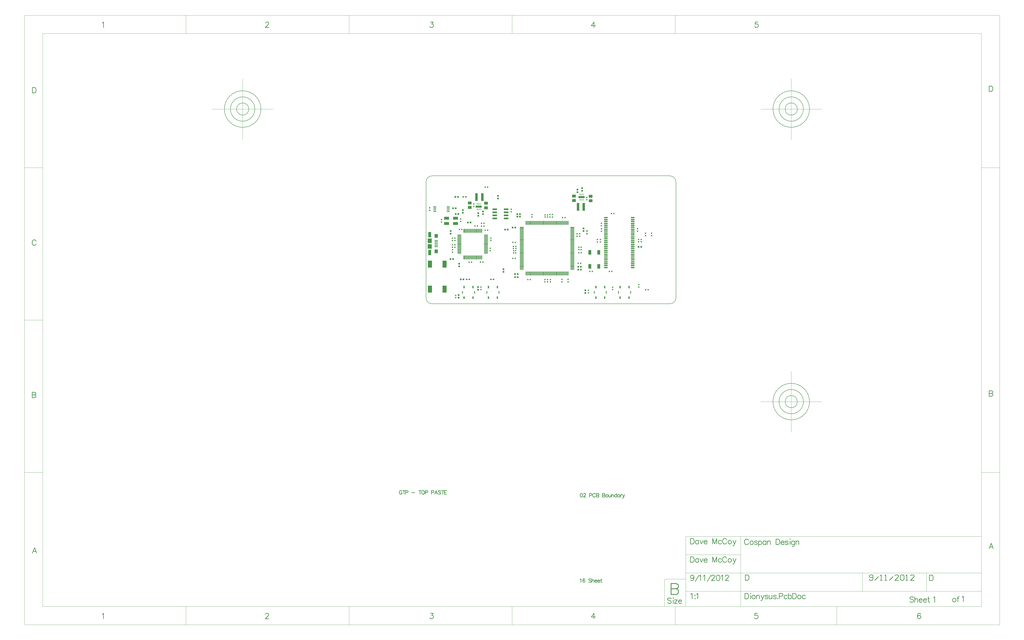
<source format=gtp>
%FSLAX25Y25*%
%MOIN*%
G70*
G01*
G75*
G04 Layer_Color=8421504*
%ADD10R,0.02953X0.02559*%
%ADD11R,0.09843X0.03543*%
%ADD12R,0.00984X0.03150*%
%ADD13R,0.02559X0.02953*%
%ADD14R,0.04331X0.12598*%
%ADD15R,0.05906X0.05118*%
%ADD16R,0.02362X0.01969*%
%ADD17R,0.01969X0.02362*%
%ADD18R,0.01772X0.03937*%
%ADD19R,0.02362X0.03937*%
%ADD20R,0.02756X0.01969*%
%ADD21R,0.01969X0.02756*%
%ADD22R,0.07874X0.04724*%
%ADD23O,0.07087X0.01181*%
%ADD24O,0.01181X0.07087*%
%ADD25R,0.05315X0.01575*%
%ADD26R,0.05512X0.06299*%
%ADD27R,0.07087X0.07480*%
%ADD28R,0.05118X0.09055*%
%ADD29R,0.07087X0.11811*%
%ADD30R,0.04921X0.07284*%
%ADD31R,0.07480X0.02835*%
%ADD32R,0.04921X0.01378*%
%ADD33O,0.06102X0.02165*%
%ADD34C,0.00600*%
%ADD35C,0.01000*%
%ADD36C,0.02000*%
%ADD37C,0.03000*%
%ADD38C,0.01500*%
%ADD39C,0.00400*%
%ADD40C,0.00200*%
%ADD41C,0.01400*%
%ADD42C,0.06000*%
%ADD43C,0.03937*%
%ADD44C,0.05906*%
%ADD45C,0.02400*%
%ADD46C,0.04000*%
%ADD47C,0.14900*%
%ADD48C,0.06400*%
G04:AMPARAMS|DCode=49|XSize=80mil|YSize=80mil|CornerRadius=0mil|HoleSize=0mil|Usage=FLASHONLY|Rotation=0.000|XOffset=0mil|YOffset=0mil|HoleType=Round|Shape=Relief|Width=8mil|Gap=10mil|Entries=4|*
%AMTHD49*
7,0,0,0.08000,0.06000,0.00800,45*
%
%ADD49THD49*%
%ADD50C,0.09400*%
%ADD51C,0.03400*%
G04:AMPARAMS|DCode=52|XSize=50mil|YSize=50mil|CornerRadius=0mil|HoleSize=0mil|Usage=FLASHONLY|Rotation=0.000|XOffset=0mil|YOffset=0mil|HoleType=Round|Shape=Relief|Width=8mil|Gap=10mil|Entries=4|*
%AMTHD52*
7,0,0,0.05000,0.03000,0.00800,45*
%
%ADD52THD52*%
%ADD53C,0.00984*%
%ADD54C,0.02362*%
%ADD55C,0.00787*%
%ADD56C,0.00394*%
D10*
X142735Y125400D02*
D03*
X147065D02*
D03*
X62265Y40400D02*
D03*
X57935D02*
D03*
X250435Y61100D02*
D03*
X254765D02*
D03*
X250435Y56400D02*
D03*
X254765D02*
D03*
X147035Y44300D02*
D03*
X151365D02*
D03*
X353831Y94000D02*
D03*
X349500D02*
D03*
X45300Y73900D02*
D03*
X40969D02*
D03*
X53865Y148000D02*
D03*
X49535D02*
D03*
X69635Y133800D02*
D03*
X73965D02*
D03*
X45157Y157080D02*
D03*
X49487D02*
D03*
X151365Y49300D02*
D03*
X147035D02*
D03*
X134765Y122100D02*
D03*
X130435D02*
D03*
X53165Y175900D02*
D03*
X48835D02*
D03*
X154800Y143500D02*
D03*
X150469D02*
D03*
Y147400D02*
D03*
X154800D02*
D03*
D11*
X87375Y160000D02*
D03*
X256025Y175400D02*
D03*
D12*
X84422Y164331D02*
D03*
X86391D02*
D03*
X88359D02*
D03*
X90328D02*
D03*
Y155669D02*
D03*
X88359D02*
D03*
X86391D02*
D03*
X84422D02*
D03*
X258978Y179731D02*
D03*
X257010D02*
D03*
X255041D02*
D03*
X253072D02*
D03*
Y171069D02*
D03*
X255041D02*
D03*
X257010D02*
D03*
X258978D02*
D03*
D13*
X257000Y190365D02*
D03*
Y186035D02*
D03*
X249300Y183435D02*
D03*
Y187765D02*
D03*
X86435Y145000D02*
D03*
Y149331D02*
D03*
X94100Y151965D02*
D03*
Y147635D02*
D03*
X127800Y52900D02*
D03*
Y57231D02*
D03*
X86100Y27865D02*
D03*
Y23535D02*
D03*
X54100Y10400D02*
D03*
Y14731D02*
D03*
X259300Y124100D02*
D03*
Y119769D02*
D03*
X41300Y119965D02*
D03*
Y115635D02*
D03*
X61300Y154365D02*
D03*
Y150035D02*
D03*
X55200Y61800D02*
D03*
Y66131D02*
D03*
X262142Y22554D02*
D03*
Y18223D02*
D03*
X118800Y177400D02*
D03*
Y173069D02*
D03*
D14*
X93099Y175700D02*
D03*
X83650D02*
D03*
X250276Y159600D02*
D03*
X259724D02*
D03*
D15*
X271000Y169460D02*
D03*
Y176940D02*
D03*
X99275Y165480D02*
D03*
Y158000D02*
D03*
X72475Y165940D02*
D03*
Y158460D02*
D03*
X243500Y169860D02*
D03*
Y177340D02*
D03*
D16*
X79175Y164169D02*
D03*
Y160231D02*
D03*
X90835Y27800D02*
D03*
Y23863D02*
D03*
X49500Y10400D02*
D03*
Y14337D02*
D03*
X147900Y87669D02*
D03*
Y83732D02*
D03*
X144500Y87669D02*
D03*
Y83732D02*
D03*
X255100Y89300D02*
D03*
Y93237D02*
D03*
X233749Y40468D02*
D03*
Y36531D02*
D03*
X251500Y89400D02*
D03*
Y93337D02*
D03*
X204800Y40369D02*
D03*
Y36432D02*
D03*
X208158Y142931D02*
D03*
Y146869D02*
D03*
X200300Y40369D02*
D03*
Y36432D02*
D03*
X204300Y142931D02*
D03*
Y146869D02*
D03*
X174694Y142931D02*
D03*
Y146869D02*
D03*
X248700Y111232D02*
D03*
Y115168D02*
D03*
X253000Y111232D02*
D03*
Y115168D02*
D03*
X223906Y40468D02*
D03*
Y36531D02*
D03*
X195800Y40369D02*
D03*
Y36432D02*
D03*
X349800Y31900D02*
D03*
Y27963D02*
D03*
X360800Y116100D02*
D03*
Y112163D02*
D03*
X370800Y116100D02*
D03*
Y112163D02*
D03*
X286789Y102034D02*
D03*
Y105971D02*
D03*
X281976Y102034D02*
D03*
Y105971D02*
D03*
X288454Y132528D02*
D03*
Y128591D02*
D03*
X288440Y119634D02*
D03*
Y123571D02*
D03*
X353731Y106012D02*
D03*
Y102075D02*
D03*
X348000Y123468D02*
D03*
Y119532D02*
D03*
X349507Y106012D02*
D03*
Y102075D02*
D03*
X57600Y139500D02*
D03*
Y135563D02*
D03*
X26200Y134600D02*
D03*
Y138537D02*
D03*
X6900Y153832D02*
D03*
Y157768D02*
D03*
X107200Y104431D02*
D03*
Y108369D02*
D03*
X44300Y89169D02*
D03*
Y85232D02*
D03*
X106200Y91469D02*
D03*
Y87532D02*
D03*
X48300Y97168D02*
D03*
Y93231D02*
D03*
X44100Y97168D02*
D03*
Y93231D02*
D03*
Y108069D02*
D03*
Y104131D02*
D03*
X48200Y108069D02*
D03*
Y104131D02*
D03*
X140700Y155468D02*
D03*
Y151532D02*
D03*
X307000Y27700D02*
D03*
Y23763D02*
D03*
X267077Y22494D02*
D03*
Y18557D02*
D03*
X264700Y171100D02*
D03*
Y175037D02*
D03*
D17*
X147078Y101091D02*
D03*
X143141D02*
D03*
X148268Y94600D02*
D03*
X144332D02*
D03*
X147300Y74868D02*
D03*
X143363D02*
D03*
X200272Y142804D02*
D03*
X196335D02*
D03*
X200272Y146304D02*
D03*
X196335D02*
D03*
X148268Y91100D02*
D03*
X144332D02*
D03*
X251606Y84332D02*
D03*
X255542D02*
D03*
X228768Y141900D02*
D03*
X224832D02*
D03*
X250631Y66994D02*
D03*
X254569D02*
D03*
X269565Y53466D02*
D03*
X273502D02*
D03*
X171768Y40300D02*
D03*
X167832D02*
D03*
X97863Y191900D02*
D03*
X101800D02*
D03*
X365237Y23400D02*
D03*
X361300D02*
D03*
X304852Y148461D02*
D03*
X308789D02*
D03*
X301534Y53473D02*
D03*
X305471D02*
D03*
X71631Y68700D02*
D03*
X75568D02*
D03*
X90332Y68800D02*
D03*
X94269D02*
D03*
X81331Y128100D02*
D03*
X85268D02*
D03*
X91831Y128000D02*
D03*
X95768D02*
D03*
X91831Y132400D02*
D03*
X95768D02*
D03*
X59569Y122700D02*
D03*
X55632D02*
D03*
X97931Y121300D02*
D03*
X101868D02*
D03*
D18*
X80441Y19100D02*
D03*
X60559D02*
D03*
X336602D02*
D03*
X316721D02*
D03*
X296641D02*
D03*
X276759D02*
D03*
X120441D02*
D03*
X100559D02*
D03*
D19*
X77784Y27761D02*
D03*
Y10439D02*
D03*
X63217D02*
D03*
Y27761D02*
D03*
X333945D02*
D03*
Y10439D02*
D03*
X319378D02*
D03*
Y27761D02*
D03*
X293984D02*
D03*
Y10439D02*
D03*
X279416D02*
D03*
Y27761D02*
D03*
X117783D02*
D03*
Y10439D02*
D03*
X103217D02*
D03*
Y27761D02*
D03*
D20*
X67435Y40400D02*
D03*
X71765D02*
D03*
X66165Y175900D02*
D03*
X61835D02*
D03*
X107135Y40400D02*
D03*
X111465D02*
D03*
D21*
X265000Y115635D02*
D03*
Y119965D02*
D03*
D22*
X34617Y132269D02*
D03*
Y140931D02*
D03*
X49183D02*
D03*
Y132269D02*
D03*
D23*
X55650Y113164D02*
D03*
Y111195D02*
D03*
Y109227D02*
D03*
Y107258D02*
D03*
Y105290D02*
D03*
Y103321D02*
D03*
Y101353D02*
D03*
Y99384D02*
D03*
Y97416D02*
D03*
Y95447D02*
D03*
Y93479D02*
D03*
Y91510D02*
D03*
Y89542D02*
D03*
Y87573D02*
D03*
Y85605D02*
D03*
Y83636D02*
D03*
X99350D02*
D03*
Y85605D02*
D03*
Y87573D02*
D03*
Y89542D02*
D03*
Y91510D02*
D03*
Y93479D02*
D03*
Y95447D02*
D03*
Y97416D02*
D03*
Y99384D02*
D03*
Y101353D02*
D03*
Y103321D02*
D03*
Y105290D02*
D03*
Y107258D02*
D03*
Y109227D02*
D03*
Y111195D02*
D03*
Y113164D02*
D03*
X240835Y57151D02*
D03*
Y59120D02*
D03*
Y61088D02*
D03*
Y63057D02*
D03*
Y65025D02*
D03*
Y66994D02*
D03*
Y68962D02*
D03*
Y70931D02*
D03*
Y72899D02*
D03*
Y74868D02*
D03*
Y76836D02*
D03*
Y78805D02*
D03*
Y80773D02*
D03*
Y82742D02*
D03*
Y84710D02*
D03*
Y86679D02*
D03*
Y88647D02*
D03*
Y90616D02*
D03*
Y92584D02*
D03*
Y94553D02*
D03*
Y96521D02*
D03*
Y98490D02*
D03*
Y100458D02*
D03*
Y102427D02*
D03*
Y104395D02*
D03*
Y106364D02*
D03*
Y108332D02*
D03*
Y110301D02*
D03*
Y112269D02*
D03*
Y114238D02*
D03*
Y116206D02*
D03*
Y118175D02*
D03*
Y120143D02*
D03*
Y122112D02*
D03*
Y124080D02*
D03*
Y126049D02*
D03*
X157765D02*
D03*
Y124080D02*
D03*
Y122112D02*
D03*
Y120143D02*
D03*
Y118175D02*
D03*
Y116206D02*
D03*
Y114238D02*
D03*
Y112269D02*
D03*
Y110301D02*
D03*
Y108332D02*
D03*
Y106364D02*
D03*
Y104395D02*
D03*
Y102427D02*
D03*
Y100458D02*
D03*
Y98490D02*
D03*
Y96521D02*
D03*
Y94553D02*
D03*
Y92584D02*
D03*
Y90616D02*
D03*
Y88647D02*
D03*
Y86679D02*
D03*
Y84710D02*
D03*
Y82742D02*
D03*
Y80773D02*
D03*
Y78805D02*
D03*
Y76836D02*
D03*
Y74868D02*
D03*
Y72899D02*
D03*
Y70931D02*
D03*
Y68962D02*
D03*
Y66994D02*
D03*
Y65025D02*
D03*
Y63057D02*
D03*
Y61088D02*
D03*
Y59120D02*
D03*
Y57151D02*
D03*
D24*
X62736Y76550D02*
D03*
X64705D02*
D03*
X66673D02*
D03*
X68642D02*
D03*
X70610D02*
D03*
X72579D02*
D03*
X74547D02*
D03*
X76516D02*
D03*
X78484D02*
D03*
X80453D02*
D03*
X82421D02*
D03*
X84390D02*
D03*
X86358D02*
D03*
X88327D02*
D03*
X90295D02*
D03*
X92264D02*
D03*
Y120250D02*
D03*
X90295D02*
D03*
X88327D02*
D03*
X86358D02*
D03*
X84390D02*
D03*
X82421D02*
D03*
X80453D02*
D03*
X78484D02*
D03*
X76516D02*
D03*
X74547D02*
D03*
X72579D02*
D03*
X70610D02*
D03*
X68642D02*
D03*
X66673D02*
D03*
X64705D02*
D03*
X62736D02*
D03*
X164851Y50065D02*
D03*
X166820D02*
D03*
X168788D02*
D03*
X170757D02*
D03*
X172725D02*
D03*
X174694D02*
D03*
X176662D02*
D03*
X178631D02*
D03*
X180599D02*
D03*
X182568D02*
D03*
X184536D02*
D03*
X186505D02*
D03*
X188473D02*
D03*
X190442D02*
D03*
X192410D02*
D03*
X194379D02*
D03*
X196347D02*
D03*
X198316D02*
D03*
X200284D02*
D03*
X202253D02*
D03*
X204221D02*
D03*
X206190D02*
D03*
X208158D02*
D03*
X210127D02*
D03*
X212095D02*
D03*
X214064D02*
D03*
X216032D02*
D03*
X218001D02*
D03*
X219969D02*
D03*
X221938D02*
D03*
X223906D02*
D03*
X225875D02*
D03*
X227843D02*
D03*
X229812D02*
D03*
X231780D02*
D03*
X233749D02*
D03*
Y133135D02*
D03*
X231780D02*
D03*
X229812D02*
D03*
X227843D02*
D03*
X225875D02*
D03*
X223906D02*
D03*
X221938D02*
D03*
X219969D02*
D03*
X218001D02*
D03*
X216032D02*
D03*
X214064D02*
D03*
X212095D02*
D03*
X210127D02*
D03*
X208158D02*
D03*
X206190D02*
D03*
X204221D02*
D03*
X202253D02*
D03*
X200284D02*
D03*
X198316D02*
D03*
X196347D02*
D03*
X194379D02*
D03*
X192410D02*
D03*
X190442D02*
D03*
X188473D02*
D03*
X186505D02*
D03*
X184536D02*
D03*
X182568D02*
D03*
X180599D02*
D03*
X178631D02*
D03*
X176662D02*
D03*
X174694D02*
D03*
X172725D02*
D03*
X170757D02*
D03*
X168788D02*
D03*
X166820D02*
D03*
X164851D02*
D03*
D25*
X17500Y94082D02*
D03*
Y96641D02*
D03*
Y99200D02*
D03*
Y101759D02*
D03*
Y104318D02*
D03*
D26*
Y86602D02*
D03*
Y111798D02*
D03*
D27*
X6968Y94476D02*
D03*
Y103924D02*
D03*
D28*
Y113964D02*
D03*
Y84436D02*
D03*
D29*
X31116Y65620D02*
D03*
X7100D02*
D03*
Y24675D02*
D03*
X31116D02*
D03*
D30*
X269516Y84817D02*
D03*
X284084D02*
D03*
Y61983D02*
D03*
X269516D02*
D03*
D31*
X132152Y140500D02*
D03*
Y145500D02*
D03*
Y150500D02*
D03*
Y155500D02*
D03*
X113648Y140500D02*
D03*
Y145500D02*
D03*
Y150500D02*
D03*
Y155500D02*
D03*
D32*
X37322Y151961D02*
D03*
Y154520D02*
D03*
Y157080D02*
D03*
Y159639D02*
D03*
X15078Y151961D02*
D03*
Y154520D02*
D03*
Y157080D02*
D03*
Y159639D02*
D03*
D33*
X340052Y59928D02*
D03*
Y63078D02*
D03*
Y66228D02*
D03*
Y69377D02*
D03*
Y72527D02*
D03*
Y75676D02*
D03*
Y78826D02*
D03*
Y81976D02*
D03*
Y85125D02*
D03*
Y88275D02*
D03*
Y91424D02*
D03*
Y94574D02*
D03*
Y97724D02*
D03*
Y100873D02*
D03*
Y104023D02*
D03*
Y107172D02*
D03*
Y110322D02*
D03*
Y113472D02*
D03*
Y116621D02*
D03*
Y119771D02*
D03*
Y122921D02*
D03*
Y126070D02*
D03*
Y129220D02*
D03*
Y132369D02*
D03*
Y135519D02*
D03*
Y138669D02*
D03*
Y141818D02*
D03*
X295957Y59928D02*
D03*
Y63078D02*
D03*
Y66228D02*
D03*
Y69377D02*
D03*
Y72527D02*
D03*
Y75676D02*
D03*
Y78826D02*
D03*
Y81976D02*
D03*
Y85125D02*
D03*
Y88275D02*
D03*
Y91424D02*
D03*
Y94574D02*
D03*
Y97724D02*
D03*
Y100873D02*
D03*
Y104023D02*
D03*
Y107172D02*
D03*
Y110322D02*
D03*
Y113472D02*
D03*
Y116621D02*
D03*
Y119771D02*
D03*
Y122921D02*
D03*
Y126070D02*
D03*
Y129220D02*
D03*
Y132369D02*
D03*
Y135519D02*
D03*
Y138669D02*
D03*
Y141818D02*
D03*
D34*
X400800Y400D02*
G03*
X410800Y10400I0J10000D01*
G01*
Y200400D02*
G03*
X400800Y210400I-10000J0D01*
G01*
X10800D02*
G03*
X800Y200400I0J-10000D01*
G01*
Y10400D02*
G03*
X10800Y400I10000J0D01*
G01*
X-270000Y320000D02*
G03*
X-270000Y320000I-30000J0D01*
G01*
X-280000D02*
G03*
X-280000Y320000I-20000J0D01*
G01*
X-290000D02*
G03*
X-290000Y320000I-10000J0D01*
G01*
X630000D02*
G03*
X630000Y320000I-30000J0D01*
G01*
X620000D02*
G03*
X620000Y320000I-20000J0D01*
G01*
X610000D02*
G03*
X610000Y320000I-10000J0D01*
G01*
X630000Y-160000D02*
G03*
X630000Y-160000I-30000J0D01*
G01*
X620000D02*
G03*
X620000Y-160000I-20000J0D01*
G01*
X610000D02*
G03*
X610000Y-160000I-10000J0D01*
G01*
X10800Y210400D02*
X400800D01*
X410800Y10400D02*
Y200400D01*
X10800Y400D02*
X400800D01*
X800Y10400D02*
Y200400D01*
D35*
X-38940Y-307221D02*
X-39226Y-306650D01*
X-39797Y-306078D01*
X-40369Y-305793D01*
X-41511D01*
X-42083Y-306078D01*
X-42654Y-306650D01*
X-42940Y-307221D01*
X-43225Y-308078D01*
Y-309506D01*
X-42940Y-310363D01*
X-42654Y-310934D01*
X-42083Y-311506D01*
X-41511Y-311791D01*
X-40369D01*
X-39797Y-311506D01*
X-39226Y-310934D01*
X-38940Y-310363D01*
Y-309506D01*
X-40369D02*
X-38940D01*
X-35570Y-305793D02*
Y-311791D01*
X-37569Y-305793D02*
X-33570D01*
X-32856Y-308935D02*
X-30285D01*
X-29428Y-308649D01*
X-29142Y-308364D01*
X-28857Y-307792D01*
Y-306935D01*
X-29142Y-306364D01*
X-29428Y-306078D01*
X-30285Y-305793D01*
X-32856D01*
Y-311791D01*
X-22801Y-309221D02*
X-17659D01*
X-9175Y-305793D02*
Y-311791D01*
X-11175Y-305793D02*
X-7176D01*
X-4748D02*
X-5319Y-306078D01*
X-5890Y-306650D01*
X-6176Y-307221D01*
X-6462Y-308078D01*
Y-309506D01*
X-6176Y-310363D01*
X-5890Y-310934D01*
X-5319Y-311506D01*
X-4748Y-311791D01*
X-3605D01*
X-3034Y-311506D01*
X-2462Y-310934D01*
X-2177Y-310363D01*
X-1891Y-309506D01*
Y-308078D01*
X-2177Y-307221D01*
X-2462Y-306650D01*
X-3034Y-306078D01*
X-3605Y-305793D01*
X-4748D01*
X-491Y-308935D02*
X2079D01*
X2936Y-308649D01*
X3222Y-308364D01*
X3508Y-307792D01*
Y-306935D01*
X3222Y-306364D01*
X2936Y-306078D01*
X2079Y-305793D01*
X-491D01*
Y-311791D01*
X9563Y-308935D02*
X12134D01*
X12991Y-308649D01*
X13277Y-308364D01*
X13563Y-307792D01*
Y-306935D01*
X13277Y-306364D01*
X12991Y-306078D01*
X12134Y-305793D01*
X9563D01*
Y-311791D01*
X19476D02*
X17190Y-305793D01*
X14905Y-311791D01*
X15762Y-309792D02*
X18619D01*
X24874Y-306650D02*
X24303Y-306078D01*
X23446Y-305793D01*
X22304D01*
X21447Y-306078D01*
X20875Y-306650D01*
Y-307221D01*
X21161Y-307792D01*
X21447Y-308078D01*
X22018Y-308364D01*
X23732Y-308935D01*
X24303Y-309221D01*
X24589Y-309506D01*
X24874Y-310078D01*
Y-310934D01*
X24303Y-311506D01*
X23446Y-311791D01*
X22304D01*
X21447Y-311506D01*
X20875Y-310934D01*
X28217Y-305793D02*
Y-311791D01*
X26217Y-305793D02*
X30216D01*
X34644D02*
X30930D01*
Y-311791D01*
X34644D01*
X30930Y-308649D02*
X33216D01*
X255214Y-310501D02*
X254357Y-310787D01*
X253786Y-311644D01*
X253500Y-313072D01*
Y-313929D01*
X253786Y-315357D01*
X254357Y-316214D01*
X255214Y-316500D01*
X255785D01*
X256642Y-316214D01*
X257213Y-315357D01*
X257499Y-313929D01*
Y-313072D01*
X257213Y-311644D01*
X256642Y-310787D01*
X255785Y-310501D01*
X255214D01*
X259127Y-311930D02*
Y-311644D01*
X259413Y-311073D01*
X259699Y-310787D01*
X260270Y-310501D01*
X261413D01*
X261984Y-310787D01*
X262269Y-311073D01*
X262555Y-311644D01*
Y-312215D01*
X262269Y-312787D01*
X261698Y-313644D01*
X258842Y-316500D01*
X262841D01*
X268897Y-313644D02*
X271468D01*
X272324Y-313358D01*
X272610Y-313072D01*
X272896Y-312501D01*
Y-311644D01*
X272610Y-311073D01*
X272324Y-310787D01*
X271468Y-310501D01*
X268897D01*
Y-316500D01*
X278523Y-311930D02*
X278238Y-311358D01*
X277666Y-310787D01*
X277095Y-310501D01*
X275952D01*
X275381Y-310787D01*
X274810Y-311358D01*
X274524Y-311930D01*
X274238Y-312787D01*
Y-314215D01*
X274524Y-315072D01*
X274810Y-315643D01*
X275381Y-316214D01*
X275952Y-316500D01*
X277095D01*
X277666Y-316214D01*
X278238Y-315643D01*
X278523Y-315072D01*
X280209Y-310501D02*
Y-316500D01*
Y-310501D02*
X282779D01*
X283636Y-310787D01*
X283922Y-311073D01*
X284208Y-311644D01*
Y-312215D01*
X283922Y-312787D01*
X283636Y-313072D01*
X282779Y-313358D01*
X280209D02*
X282779D01*
X283636Y-313644D01*
X283922Y-313929D01*
X284208Y-314500D01*
Y-315357D01*
X283922Y-315929D01*
X283636Y-316214D01*
X282779Y-316500D01*
X280209D01*
X290264Y-310501D02*
Y-316500D01*
Y-310501D02*
X292834D01*
X293691Y-310787D01*
X293977Y-311073D01*
X294263Y-311644D01*
Y-312215D01*
X293977Y-312787D01*
X293691Y-313072D01*
X292834Y-313358D01*
X290264D02*
X292834D01*
X293691Y-313644D01*
X293977Y-313929D01*
X294263Y-314500D01*
Y-315357D01*
X293977Y-315929D01*
X293691Y-316214D01*
X292834Y-316500D01*
X290264D01*
X297034Y-312501D02*
X296462Y-312787D01*
X295891Y-313358D01*
X295605Y-314215D01*
Y-314786D01*
X295891Y-315643D01*
X296462Y-316214D01*
X297034Y-316500D01*
X297890D01*
X298462Y-316214D01*
X299033Y-315643D01*
X299319Y-314786D01*
Y-314215D01*
X299033Y-313358D01*
X298462Y-312787D01*
X297890Y-312501D01*
X297034D01*
X300633D02*
Y-315357D01*
X300918Y-316214D01*
X301490Y-316500D01*
X302347D01*
X302918Y-316214D01*
X303775Y-315357D01*
Y-312501D02*
Y-316500D01*
X305346Y-312501D02*
Y-316500D01*
Y-313644D02*
X306203Y-312787D01*
X306774Y-312501D01*
X307631D01*
X308203Y-312787D01*
X308488Y-313644D01*
Y-316500D01*
X313487Y-310501D02*
Y-316500D01*
Y-313358D02*
X312916Y-312787D01*
X312345Y-312501D01*
X311488D01*
X310916Y-312787D01*
X310345Y-313358D01*
X310059Y-314215D01*
Y-314786D01*
X310345Y-315643D01*
X310916Y-316214D01*
X311488Y-316500D01*
X312345D01*
X312916Y-316214D01*
X313487Y-315643D01*
X318515Y-312501D02*
Y-316500D01*
Y-313358D02*
X317943Y-312787D01*
X317372Y-312501D01*
X316515D01*
X315944Y-312787D01*
X315372Y-313358D01*
X315087Y-314215D01*
Y-314786D01*
X315372Y-315643D01*
X315944Y-316214D01*
X316515Y-316500D01*
X317372D01*
X317943Y-316214D01*
X318515Y-315643D01*
X320114Y-312501D02*
Y-316500D01*
Y-314215D02*
X320400Y-313358D01*
X320971Y-312787D01*
X321543Y-312501D01*
X322399D01*
X323228D02*
X324942Y-316500D01*
X326656Y-312501D02*
X324942Y-316500D01*
X324371Y-317643D01*
X323799Y-318214D01*
X323228Y-318500D01*
X322942D01*
X253500Y-451644D02*
X254071Y-451358D01*
X254928Y-450501D01*
Y-456500D01*
X261327Y-451358D02*
X261041Y-450787D01*
X260184Y-450501D01*
X259613D01*
X258756Y-450787D01*
X258185Y-451644D01*
X257899Y-453072D01*
Y-454500D01*
X258185Y-455643D01*
X258756Y-456214D01*
X259613Y-456500D01*
X259899D01*
X260756Y-456214D01*
X261327Y-455643D01*
X261613Y-454786D01*
Y-454500D01*
X261327Y-453644D01*
X260756Y-453072D01*
X259899Y-452786D01*
X259613D01*
X258756Y-453072D01*
X258185Y-453644D01*
X257899Y-454500D01*
X271639Y-451358D02*
X271068Y-450787D01*
X270211Y-450501D01*
X269068D01*
X268211Y-450787D01*
X267640Y-451358D01*
Y-451930D01*
X267926Y-452501D01*
X268211Y-452786D01*
X268782Y-453072D01*
X270496Y-453644D01*
X271068Y-453929D01*
X271353Y-454215D01*
X271639Y-454786D01*
Y-455643D01*
X271068Y-456214D01*
X270211Y-456500D01*
X269068D01*
X268211Y-456214D01*
X267640Y-455643D01*
X272982Y-450501D02*
Y-456500D01*
Y-453644D02*
X273838Y-452786D01*
X274410Y-452501D01*
X275267D01*
X275838Y-452786D01*
X276124Y-453644D01*
Y-456500D01*
X277695Y-454215D02*
X281123D01*
Y-453644D01*
X280837Y-453072D01*
X280551Y-452786D01*
X279980Y-452501D01*
X279123D01*
X278552Y-452786D01*
X277980Y-453358D01*
X277695Y-454215D01*
Y-454786D01*
X277980Y-455643D01*
X278552Y-456214D01*
X279123Y-456500D01*
X279980D01*
X280551Y-456214D01*
X281123Y-455643D01*
X282408Y-454215D02*
X285836D01*
Y-453644D01*
X285550Y-453072D01*
X285265Y-452786D01*
X284693Y-452501D01*
X283836D01*
X283265Y-452786D01*
X282694Y-453358D01*
X282408Y-454215D01*
Y-454786D01*
X282694Y-455643D01*
X283265Y-456214D01*
X283836Y-456500D01*
X284693D01*
X285265Y-456214D01*
X285836Y-455643D01*
X287978Y-450501D02*
Y-455357D01*
X288264Y-456214D01*
X288835Y-456500D01*
X289407D01*
X287121Y-452501D02*
X289121D01*
X880091Y-480724D02*
X880947Y-480295D01*
X882233Y-479010D01*
Y-488008D01*
X826500Y-444503D02*
Y-453500D01*
X830999D01*
X832498Y-452001D01*
Y-446002D01*
X830999Y-444503D01*
X826500D01*
X833142Y-481708D02*
X833999Y-481280D01*
X835284Y-479994D01*
Y-488992D01*
X-530500Y461284D02*
X-529643Y461713D01*
X-528358Y462998D01*
Y454000D01*
X924500Y357998D02*
Y349000D01*
Y357998D02*
X927499D01*
X928785Y357570D01*
X929642Y356713D01*
X930070Y355856D01*
X930499Y354570D01*
Y352428D01*
X930070Y351142D01*
X929642Y350285D01*
X928785Y349429D01*
X927499Y349000D01*
X924500D01*
X529549Y-387581D02*
X529121Y-386724D01*
X528264Y-385867D01*
X527407Y-385439D01*
X525693D01*
X524836Y-385867D01*
X523979Y-386724D01*
X523551Y-387581D01*
X523122Y-388867D01*
Y-391009D01*
X523551Y-392295D01*
X523979Y-393152D01*
X524836Y-394008D01*
X525693Y-394437D01*
X527407D01*
X528264Y-394008D01*
X529121Y-393152D01*
X529549Y-392295D01*
X534220Y-388438D02*
X533363Y-388867D01*
X532506Y-389724D01*
X532077Y-391009D01*
Y-391866D01*
X532506Y-393152D01*
X533363Y-394008D01*
X534220Y-394437D01*
X535505D01*
X536362Y-394008D01*
X537219Y-393152D01*
X537647Y-391866D01*
Y-391009D01*
X537219Y-389724D01*
X536362Y-388867D01*
X535505Y-388438D01*
X534220D01*
X544332Y-389724D02*
X543903Y-388867D01*
X542618Y-388438D01*
X541332D01*
X540047Y-388867D01*
X539618Y-389724D01*
X540047Y-390581D01*
X540904Y-391009D01*
X543046Y-391438D01*
X543903Y-391866D01*
X544332Y-392723D01*
Y-393152D01*
X543903Y-394008D01*
X542618Y-394437D01*
X541332D01*
X540047Y-394008D01*
X539618Y-393152D01*
X546217Y-388438D02*
Y-397436D01*
Y-389724D02*
X547074Y-388867D01*
X547931Y-388438D01*
X549217D01*
X550073Y-388867D01*
X550930Y-389724D01*
X551359Y-391009D01*
Y-391866D01*
X550930Y-393152D01*
X550073Y-394008D01*
X549217Y-394437D01*
X547931D01*
X547074Y-394008D01*
X546217Y-393152D01*
X558429Y-388438D02*
Y-394437D01*
Y-389724D02*
X557572Y-388867D01*
X556715Y-388438D01*
X555429D01*
X554572Y-388867D01*
X553716Y-389724D01*
X553287Y-391009D01*
Y-391866D01*
X553716Y-393152D01*
X554572Y-394008D01*
X555429Y-394437D01*
X556715D01*
X557572Y-394008D01*
X558429Y-393152D01*
X560828Y-388438D02*
Y-394437D01*
Y-390152D02*
X562114Y-388867D01*
X562971Y-388438D01*
X564256D01*
X565113Y-388867D01*
X565542Y-390152D01*
Y-394437D01*
X574968Y-385439D02*
Y-394437D01*
Y-385439D02*
X577967D01*
X579253Y-385867D01*
X580110Y-386724D01*
X580538Y-387581D01*
X580967Y-388867D01*
Y-391009D01*
X580538Y-392295D01*
X580110Y-393152D01*
X579253Y-394008D01*
X577967Y-394437D01*
X574968D01*
X582981Y-391009D02*
X588122D01*
Y-390152D01*
X587694Y-389295D01*
X587265Y-388867D01*
X586409Y-388438D01*
X585123D01*
X584266Y-388867D01*
X583409Y-389724D01*
X582981Y-391009D01*
Y-391866D01*
X583409Y-393152D01*
X584266Y-394008D01*
X585123Y-394437D01*
X586409D01*
X587265Y-394008D01*
X588122Y-393152D01*
X594764Y-389724D02*
X594335Y-388867D01*
X593050Y-388438D01*
X591764D01*
X590479Y-388867D01*
X590051Y-389724D01*
X590479Y-390581D01*
X591336Y-391009D01*
X593478Y-391438D01*
X594335Y-391866D01*
X594764Y-392723D01*
Y-393152D01*
X594335Y-394008D01*
X593050Y-394437D01*
X591764D01*
X590479Y-394008D01*
X590051Y-393152D01*
X597506Y-385439D02*
X597935Y-385867D01*
X598363Y-385439D01*
X597935Y-385011D01*
X597506Y-385439D01*
X597935Y-388438D02*
Y-394437D01*
X605090Y-388438D02*
Y-395294D01*
X604662Y-396579D01*
X604233Y-397008D01*
X603376Y-397436D01*
X602091D01*
X601234Y-397008D01*
X605090Y-389724D02*
X604233Y-388867D01*
X603376Y-388438D01*
X602091D01*
X601234Y-388867D01*
X600377Y-389724D01*
X599948Y-391009D01*
Y-391866D01*
X600377Y-393152D01*
X601234Y-394008D01*
X602091Y-394437D01*
X603376D01*
X604233Y-394008D01*
X605090Y-393152D01*
X607490Y-388438D02*
Y-394437D01*
Y-390152D02*
X608775Y-388867D01*
X609632Y-388438D01*
X610918D01*
X611774Y-388867D01*
X612203Y-390152D01*
Y-394437D01*
X931356Y-401000D02*
X927928Y-392002D01*
X924500Y-401000D01*
X925785Y-398001D02*
X930070D01*
X-262572Y460856D02*
Y461284D01*
X-262143Y462141D01*
X-261715Y462570D01*
X-260858Y462998D01*
X-259144D01*
X-258287Y462570D01*
X-257858Y462141D01*
X-257430Y461284D01*
Y460427D01*
X-257858Y459570D01*
X-258715Y458285D01*
X-263000Y454000D01*
X-257001D01*
X7857Y462998D02*
X12570D01*
X9999Y459570D01*
X11285D01*
X12142Y459142D01*
X12570Y458713D01*
X12999Y457428D01*
Y456571D01*
X12570Y455285D01*
X11713Y454428D01*
X10428Y454000D01*
X9142D01*
X7857Y454428D01*
X7429Y454857D01*
X7000Y455714D01*
X276285Y462998D02*
X272000Y456999D01*
X278427D01*
X276285Y462998D02*
Y454000D01*
X545142Y462998D02*
X540857D01*
X540428Y459142D01*
X540857Y459570D01*
X542142Y459999D01*
X543428D01*
X544713Y459570D01*
X545570Y458713D01*
X545999Y457428D01*
Y456571D01*
X545570Y455285D01*
X544713Y454428D01*
X543428Y454000D01*
X542142D01*
X540857Y454428D01*
X540428Y454857D01*
X540000Y455714D01*
X-530500Y-508716D02*
X-529643Y-508287D01*
X-528358Y-507002D01*
Y-516000D01*
X-262572Y-509144D02*
Y-508716D01*
X-262143Y-507859D01*
X-261715Y-507430D01*
X-260858Y-507002D01*
X-259144D01*
X-258287Y-507430D01*
X-257858Y-507859D01*
X-257430Y-508716D01*
Y-509573D01*
X-257858Y-510430D01*
X-258715Y-511715D01*
X-263000Y-516000D01*
X-257001D01*
X7857Y-507002D02*
X12570D01*
X9999Y-510430D01*
X11285D01*
X12142Y-510858D01*
X12570Y-511287D01*
X12999Y-512572D01*
Y-513429D01*
X12570Y-514715D01*
X11713Y-515571D01*
X10428Y-516000D01*
X9142D01*
X7857Y-515571D01*
X7429Y-515143D01*
X7000Y-514286D01*
X276285Y-507002D02*
X272000Y-513001D01*
X278427D01*
X276285Y-507002D02*
Y-516000D01*
X544642Y-507002D02*
X540357D01*
X539928Y-510858D01*
X540357Y-510430D01*
X541642Y-510001D01*
X542928D01*
X544213Y-510430D01*
X545070Y-511287D01*
X545499Y-512572D01*
Y-513429D01*
X545070Y-514715D01*
X544213Y-515571D01*
X542928Y-516000D01*
X541642D01*
X540357Y-515571D01*
X539928Y-515143D01*
X539500Y-514286D01*
X728000Y-451501D02*
X729499Y-453000D01*
X732499D01*
X733998Y-451501D01*
Y-445502D01*
X732499Y-444003D01*
X729499D01*
X728000Y-445502D01*
Y-447002D01*
X729499Y-448501D01*
X733998D01*
X736997Y-453000D02*
X742995Y-447002D01*
X745994Y-453000D02*
X748993D01*
X747494D01*
Y-444003D01*
X745994Y-445502D01*
X753492Y-453000D02*
X756491D01*
X754991D01*
Y-444003D01*
X753492Y-445502D01*
X760989Y-453000D02*
X766987Y-447002D01*
X775984Y-453000D02*
X769986D01*
X775984Y-447002D01*
Y-445502D01*
X774485Y-444003D01*
X771486D01*
X769986Y-445502D01*
X778983D02*
X780483Y-444003D01*
X783482D01*
X784982Y-445502D01*
Y-451501D01*
X783482Y-453000D01*
X780483D01*
X778983Y-451501D01*
Y-445502D01*
X787981Y-453000D02*
X790980D01*
X789480D01*
Y-444003D01*
X787981Y-445502D01*
X801476Y-453000D02*
X795478D01*
X801476Y-447002D01*
Y-445502D01*
X799977Y-444003D01*
X796978D01*
X795478Y-445502D01*
X524500Y-444002D02*
Y-453000D01*
Y-444002D02*
X527499D01*
X528785Y-444430D01*
X529642Y-445287D01*
X530070Y-446144D01*
X530499Y-447430D01*
Y-449572D01*
X530070Y-450858D01*
X529642Y-451715D01*
X528785Y-452571D01*
X527499Y-453000D01*
X524500D01*
X800499Y-481287D02*
X799642Y-480430D01*
X798356Y-480002D01*
X796642D01*
X795357Y-480430D01*
X794500Y-481287D01*
Y-482144D01*
X794929Y-483001D01*
X795357Y-483430D01*
X796214Y-483858D01*
X798785Y-484715D01*
X799642Y-485144D01*
X800070Y-485572D01*
X800499Y-486429D01*
Y-487715D01*
X799642Y-488572D01*
X798356Y-489000D01*
X796642D01*
X795357Y-488572D01*
X794500Y-487715D01*
X802513Y-480002D02*
Y-489000D01*
Y-484715D02*
X803798Y-483430D01*
X804655Y-483001D01*
X805940D01*
X806797Y-483430D01*
X807226Y-484715D01*
Y-489000D01*
X809583Y-485572D02*
X814724D01*
Y-484715D01*
X814296Y-483858D01*
X813867Y-483430D01*
X813010Y-483001D01*
X811725D01*
X810868Y-483430D01*
X810011Y-484287D01*
X809583Y-485572D01*
Y-486429D01*
X810011Y-487715D01*
X810868Y-488572D01*
X811725Y-489000D01*
X813010D01*
X813867Y-488572D01*
X814724Y-487715D01*
X816652Y-485572D02*
X821794D01*
Y-484715D01*
X821366Y-483858D01*
X820937Y-483430D01*
X820080Y-483001D01*
X818795D01*
X817938Y-483430D01*
X817081Y-484287D01*
X816652Y-485572D01*
Y-486429D01*
X817081Y-487715D01*
X817938Y-488572D01*
X818795Y-489000D01*
X820080D01*
X820937Y-488572D01*
X821794Y-487715D01*
X825008Y-480002D02*
Y-487286D01*
X825436Y-488572D01*
X826293Y-489000D01*
X827150D01*
X823722Y-483001D02*
X826722D01*
X866642Y-482501D02*
X865785Y-482930D01*
X864929Y-483787D01*
X864500Y-485072D01*
Y-485929D01*
X864929Y-487215D01*
X865785Y-488071D01*
X866642Y-488500D01*
X867928D01*
X868785Y-488071D01*
X869642Y-487215D01*
X870070Y-485929D01*
Y-485072D01*
X869642Y-483787D01*
X868785Y-482930D01*
X867928Y-482501D01*
X866642D01*
X875469Y-479502D02*
X874612D01*
X873755Y-479930D01*
X873327Y-481216D01*
Y-488500D01*
X872041Y-482501D02*
X875041D01*
X434500Y-384502D02*
Y-393500D01*
Y-384502D02*
X437499D01*
X438785Y-384930D01*
X439642Y-385787D01*
X440070Y-386644D01*
X440499Y-387930D01*
Y-390072D01*
X440070Y-391358D01*
X439642Y-392215D01*
X438785Y-393072D01*
X437499Y-393500D01*
X434500D01*
X447654Y-387501D02*
Y-393500D01*
Y-388787D02*
X446797Y-387930D01*
X445940Y-387501D01*
X444655D01*
X443798Y-387930D01*
X442941Y-388787D01*
X442513Y-390072D01*
Y-390929D01*
X442941Y-392215D01*
X443798Y-393072D01*
X444655Y-393500D01*
X445940D01*
X446797Y-393072D01*
X447654Y-392215D01*
X450054Y-387501D02*
X452625Y-393500D01*
X455196Y-387501D02*
X452625Y-393500D01*
X456652Y-390072D02*
X461794D01*
Y-389215D01*
X461366Y-388358D01*
X460937Y-387930D01*
X460080Y-387501D01*
X458795D01*
X457938Y-387930D01*
X457081Y-388787D01*
X456652Y-390072D01*
Y-390929D01*
X457081Y-392215D01*
X457938Y-393072D01*
X458795Y-393500D01*
X460080D01*
X460937Y-393072D01*
X461794Y-392215D01*
X470792Y-384502D02*
Y-393500D01*
Y-384502D02*
X474220Y-393500D01*
X477648Y-384502D02*
X474220Y-393500D01*
X477648Y-384502D02*
Y-393500D01*
X485360Y-388787D02*
X484504Y-387930D01*
X483647Y-387501D01*
X482361D01*
X481504Y-387930D01*
X480647Y-388787D01*
X480219Y-390072D01*
Y-390929D01*
X480647Y-392215D01*
X481504Y-393072D01*
X482361Y-393500D01*
X483647D01*
X484504Y-393072D01*
X485360Y-392215D01*
X493716Y-386644D02*
X493287Y-385787D01*
X492430Y-384930D01*
X491573Y-384502D01*
X489860D01*
X489003Y-384930D01*
X488146Y-385787D01*
X487717Y-386644D01*
X487289Y-387930D01*
Y-390072D01*
X487717Y-391358D01*
X488146Y-392215D01*
X489003Y-393072D01*
X489860Y-393500D01*
X491573D01*
X492430Y-393072D01*
X493287Y-392215D01*
X493716Y-391358D01*
X498386Y-387501D02*
X497529Y-387930D01*
X496672Y-388787D01*
X496244Y-390072D01*
Y-390929D01*
X496672Y-392215D01*
X497529Y-393072D01*
X498386Y-393500D01*
X499672D01*
X500529Y-393072D01*
X501386Y-392215D01*
X501814Y-390929D01*
Y-390072D01*
X501386Y-388787D01*
X500529Y-387930D01*
X499672Y-387501D01*
X498386D01*
X504214D02*
X506784Y-393500D01*
X509355Y-387501D02*
X506784Y-393500D01*
X505928Y-395214D01*
X505071Y-396071D01*
X504214Y-396499D01*
X503785D01*
X434500Y-414502D02*
Y-423500D01*
Y-414502D02*
X437499D01*
X438785Y-414930D01*
X439642Y-415787D01*
X440070Y-416644D01*
X440499Y-417930D01*
Y-420072D01*
X440070Y-421358D01*
X439642Y-422215D01*
X438785Y-423071D01*
X437499Y-423500D01*
X434500D01*
X447654Y-417501D02*
Y-423500D01*
Y-418787D02*
X446797Y-417930D01*
X445940Y-417501D01*
X444655D01*
X443798Y-417930D01*
X442941Y-418787D01*
X442513Y-420072D01*
Y-420929D01*
X442941Y-422215D01*
X443798Y-423071D01*
X444655Y-423500D01*
X445940D01*
X446797Y-423071D01*
X447654Y-422215D01*
X450054Y-417501D02*
X452625Y-423500D01*
X455196Y-417501D02*
X452625Y-423500D01*
X456652Y-420072D02*
X461794D01*
Y-419215D01*
X461366Y-418358D01*
X460937Y-417930D01*
X460080Y-417501D01*
X458795D01*
X457938Y-417930D01*
X457081Y-418787D01*
X456652Y-420072D01*
Y-420929D01*
X457081Y-422215D01*
X457938Y-423071D01*
X458795Y-423500D01*
X460080D01*
X460937Y-423071D01*
X461794Y-422215D01*
X470792Y-414502D02*
Y-423500D01*
Y-414502D02*
X474220Y-423500D01*
X477648Y-414502D02*
X474220Y-423500D01*
X477648Y-414502D02*
Y-423500D01*
X485360Y-418787D02*
X484504Y-417930D01*
X483647Y-417501D01*
X482361D01*
X481504Y-417930D01*
X480647Y-418787D01*
X480219Y-420072D01*
Y-420929D01*
X480647Y-422215D01*
X481504Y-423071D01*
X482361Y-423500D01*
X483647D01*
X484504Y-423071D01*
X485360Y-422215D01*
X493716Y-416644D02*
X493287Y-415787D01*
X492430Y-414930D01*
X491573Y-414502D01*
X489860D01*
X489003Y-414930D01*
X488146Y-415787D01*
X487717Y-416644D01*
X487289Y-417930D01*
Y-420072D01*
X487717Y-421358D01*
X488146Y-422215D01*
X489003Y-423071D01*
X489860Y-423500D01*
X491573D01*
X492430Y-423071D01*
X493287Y-422215D01*
X493716Y-421358D01*
X498386Y-417501D02*
X497529Y-417930D01*
X496672Y-418787D01*
X496244Y-420072D01*
Y-420929D01*
X496672Y-422215D01*
X497529Y-423071D01*
X498386Y-423500D01*
X499672D01*
X500529Y-423071D01*
X501386Y-422215D01*
X501814Y-420929D01*
Y-420072D01*
X501386Y-418787D01*
X500529Y-417930D01*
X499672Y-417501D01*
X498386D01*
X504214D02*
X506784Y-423500D01*
X509355Y-417501D02*
X506784Y-423500D01*
X505928Y-425214D01*
X505071Y-426071D01*
X504214Y-426499D01*
X503785D01*
X440070Y-447501D02*
X439642Y-448787D01*
X438785Y-449644D01*
X437499Y-450072D01*
X437071D01*
X435785Y-449644D01*
X434929Y-448787D01*
X434500Y-447501D01*
Y-447073D01*
X434929Y-445787D01*
X435785Y-444930D01*
X437071Y-444502D01*
X437499D01*
X438785Y-444930D01*
X439642Y-445787D01*
X440070Y-447501D01*
Y-449644D01*
X439642Y-451786D01*
X438785Y-453071D01*
X437499Y-453500D01*
X436642D01*
X435357Y-453071D01*
X434929Y-452215D01*
X442513Y-454785D02*
X448511Y-444502D01*
X449111Y-446216D02*
X449968Y-445787D01*
X451254Y-444502D01*
Y-453500D01*
X455710Y-446216D02*
X456567Y-445787D01*
X457852Y-444502D01*
Y-453500D01*
X462308Y-454785D02*
X468307Y-444502D01*
X469335Y-446644D02*
Y-446216D01*
X469764Y-445359D01*
X470192Y-444930D01*
X471049Y-444502D01*
X472763D01*
X473620Y-444930D01*
X474049Y-445359D01*
X474477Y-446216D01*
Y-447073D01*
X474049Y-447930D01*
X473192Y-449215D01*
X468907Y-453500D01*
X474906D01*
X479490Y-444502D02*
X478205Y-444930D01*
X477348Y-446216D01*
X476920Y-448358D01*
Y-449644D01*
X477348Y-451786D01*
X478205Y-453071D01*
X479490Y-453500D01*
X480347D01*
X481633Y-453071D01*
X482490Y-451786D01*
X482918Y-449644D01*
Y-448358D01*
X482490Y-446216D01*
X481633Y-444930D01*
X480347Y-444502D01*
X479490D01*
X484932Y-446216D02*
X485789Y-445787D01*
X487075Y-444502D01*
Y-453500D01*
X491959Y-446644D02*
Y-446216D01*
X492388Y-445359D01*
X492816Y-444930D01*
X493673Y-444502D01*
X495387D01*
X496244Y-444930D01*
X496672Y-445359D01*
X497101Y-446216D01*
Y-447073D01*
X496672Y-447930D01*
X495816Y-449215D01*
X491531Y-453500D01*
X497529D01*
X402999Y-483287D02*
X402142Y-482430D01*
X400856Y-482002D01*
X399142D01*
X397857Y-482430D01*
X397000Y-483287D01*
Y-484144D01*
X397428Y-485001D01*
X397857Y-485430D01*
X398714Y-485858D01*
X401285Y-486715D01*
X402142Y-487144D01*
X402570Y-487572D01*
X402999Y-488429D01*
Y-489715D01*
X402142Y-490571D01*
X400856Y-491000D01*
X399142D01*
X397857Y-490571D01*
X397000Y-489715D01*
X405869Y-482002D02*
X406298Y-482430D01*
X406727Y-482002D01*
X406298Y-481573D01*
X405869Y-482002D01*
X406298Y-485001D02*
Y-491000D01*
X413025Y-485001D02*
X408312Y-491000D01*
Y-485001D02*
X413025D01*
X408312Y-491000D02*
X413025D01*
X414911Y-487572D02*
X420052D01*
Y-486715D01*
X419624Y-485858D01*
X419195Y-485430D01*
X418338Y-485001D01*
X417053D01*
X416196Y-485430D01*
X415339Y-486287D01*
X414911Y-487572D01*
Y-488429D01*
X415339Y-489715D01*
X416196Y-490571D01*
X417053Y-491000D01*
X418338D01*
X419195Y-490571D01*
X420052Y-489715D01*
X435000Y-476216D02*
X435857Y-475787D01*
X437142Y-474502D01*
Y-483500D01*
X442027Y-477501D02*
X441599Y-477930D01*
X442027Y-478358D01*
X442456Y-477930D01*
X442027Y-477501D01*
Y-482643D02*
X441599Y-483072D01*
X442027Y-483500D01*
X442456Y-483072D01*
X442027Y-482643D01*
X444427Y-476216D02*
X445284Y-475787D01*
X446569Y-474502D01*
Y-483500D01*
X524000Y-474502D02*
Y-483500D01*
Y-474502D02*
X526999D01*
X528285Y-474930D01*
X529142Y-475787D01*
X529570Y-476644D01*
X529999Y-477930D01*
Y-480072D01*
X529570Y-481358D01*
X529142Y-482215D01*
X528285Y-483072D01*
X526999Y-483500D01*
X524000D01*
X532869Y-474502D02*
X533298Y-474930D01*
X533727Y-474502D01*
X533298Y-474073D01*
X532869Y-474502D01*
X533298Y-477501D02*
Y-483500D01*
X537454Y-477501D02*
X536597Y-477930D01*
X535740Y-478787D01*
X535312Y-480072D01*
Y-480929D01*
X535740Y-482215D01*
X536597Y-483072D01*
X537454Y-483500D01*
X538740D01*
X539597Y-483072D01*
X540454Y-482215D01*
X540882Y-480929D01*
Y-480072D01*
X540454Y-478787D01*
X539597Y-477930D01*
X538740Y-477501D01*
X537454D01*
X542853D02*
Y-483500D01*
Y-479215D02*
X544138Y-477930D01*
X544995Y-477501D01*
X546281D01*
X547138Y-477930D01*
X547566Y-479215D01*
Y-483500D01*
X550351Y-477501D02*
X552922Y-483500D01*
X555493Y-477501D02*
X552922Y-483500D01*
X552065Y-485214D01*
X551208Y-486071D01*
X550351Y-486499D01*
X549923D01*
X561706Y-478787D02*
X561278Y-477930D01*
X559992Y-477501D01*
X558707D01*
X557421Y-477930D01*
X556993Y-478787D01*
X557421Y-479644D01*
X558278Y-480072D01*
X560421Y-480501D01*
X561278Y-480929D01*
X561706Y-481786D01*
Y-482215D01*
X561278Y-483072D01*
X559992Y-483500D01*
X558707D01*
X557421Y-483072D01*
X556993Y-482215D01*
X563591Y-477501D02*
Y-481786D01*
X564020Y-483072D01*
X564877Y-483500D01*
X566162D01*
X567019Y-483072D01*
X568305Y-481786D01*
Y-477501D02*
Y-483500D01*
X575375Y-478787D02*
X574946Y-477930D01*
X573661Y-477501D01*
X572375D01*
X571090Y-477930D01*
X570661Y-478787D01*
X571090Y-479644D01*
X571947Y-480072D01*
X574089Y-480501D01*
X574946Y-480929D01*
X575375Y-481786D01*
Y-482215D01*
X574946Y-483072D01*
X573661Y-483500D01*
X572375D01*
X571090Y-483072D01*
X570661Y-482215D01*
X577689Y-482643D02*
X577260Y-483072D01*
X577689Y-483500D01*
X578117Y-483072D01*
X577689Y-482643D01*
X580088Y-479215D02*
X583944D01*
X585230Y-478787D01*
X585658Y-478358D01*
X586087Y-477501D01*
Y-476216D01*
X585658Y-475359D01*
X585230Y-474930D01*
X583944Y-474502D01*
X580088D01*
Y-483500D01*
X593242Y-478787D02*
X592385Y-477930D01*
X591528Y-477501D01*
X590243D01*
X589386Y-477930D01*
X588529Y-478787D01*
X588101Y-480072D01*
Y-480929D01*
X588529Y-482215D01*
X589386Y-483072D01*
X590243Y-483500D01*
X591528D01*
X592385Y-483072D01*
X593242Y-482215D01*
X595170Y-474502D02*
Y-483500D01*
Y-478787D02*
X596027Y-477930D01*
X596884Y-477501D01*
X598170D01*
X599027Y-477930D01*
X599884Y-478787D01*
X600312Y-480072D01*
Y-480929D01*
X599884Y-482215D01*
X599027Y-483072D01*
X598170Y-483500D01*
X596884D01*
X596027Y-483072D01*
X595170Y-482215D01*
X602240Y-474502D02*
Y-483500D01*
Y-474502D02*
X605240D01*
X606525Y-474930D01*
X607382Y-475787D01*
X607811Y-476644D01*
X608239Y-477930D01*
Y-480072D01*
X607811Y-481358D01*
X607382Y-482215D01*
X606525Y-483072D01*
X605240Y-483500D01*
X602240D01*
X612395Y-477501D02*
X611538Y-477930D01*
X610681Y-478787D01*
X610253Y-480072D01*
Y-480929D01*
X610681Y-482215D01*
X611538Y-483072D01*
X612395Y-483500D01*
X613681D01*
X614538Y-483072D01*
X615395Y-482215D01*
X615823Y-480929D01*
Y-480072D01*
X615395Y-478787D01*
X614538Y-477930D01*
X613681Y-477501D01*
X612395D01*
X622936Y-478787D02*
X622079Y-477930D01*
X621222Y-477501D01*
X619937D01*
X619080Y-477930D01*
X618223Y-478787D01*
X617794Y-480072D01*
Y-480929D01*
X618223Y-482215D01*
X619080Y-483072D01*
X619937Y-483500D01*
X621222D01*
X622079Y-483072D01*
X622936Y-482215D01*
X812142Y-508287D02*
X811713Y-507430D01*
X810428Y-507002D01*
X809571D01*
X808285Y-507430D01*
X807428Y-508716D01*
X807000Y-510858D01*
Y-513001D01*
X807428Y-514715D01*
X808285Y-515571D01*
X809571Y-516000D01*
X809999D01*
X811285Y-515571D01*
X812142Y-514715D01*
X812570Y-513429D01*
Y-513001D01*
X812142Y-511715D01*
X811285Y-510858D01*
X809999Y-510430D01*
X809571D01*
X808285Y-510858D01*
X807428Y-511715D01*
X807000Y-513001D01*
X-645000Y355498D02*
Y346500D01*
Y355498D02*
X-642001D01*
X-640715Y355070D01*
X-639858Y354213D01*
X-639430Y353356D01*
X-639001Y352070D01*
Y349928D01*
X-639430Y348642D01*
X-639858Y347785D01*
X-640715Y346929D01*
X-642001Y346500D01*
X-645000D01*
X-639073Y103356D02*
X-639501Y104213D01*
X-640358Y105070D01*
X-641215Y105498D01*
X-642929D01*
X-643786Y105070D01*
X-644643Y104213D01*
X-645072Y103356D01*
X-645500Y102070D01*
Y99928D01*
X-645072Y98642D01*
X-644643Y97785D01*
X-643786Y96929D01*
X-642929Y96500D01*
X-641215D01*
X-640358Y96929D01*
X-639501Y97785D01*
X-639073Y98642D01*
X-645500Y-144502D02*
Y-153500D01*
Y-144502D02*
X-641644D01*
X-640358Y-144930D01*
X-639930Y-145359D01*
X-639501Y-146216D01*
Y-147073D01*
X-639930Y-147930D01*
X-640358Y-148358D01*
X-641644Y-148787D01*
X-645500D02*
X-641644D01*
X-640358Y-149215D01*
X-639930Y-149644D01*
X-639501Y-150501D01*
Y-151786D01*
X-639930Y-152643D01*
X-640358Y-153071D01*
X-641644Y-153500D01*
X-645500D01*
X-638144Y-408500D02*
X-641572Y-399502D01*
X-645000Y-408500D01*
X-643715Y-405501D02*
X-639430D01*
X924500Y-142002D02*
Y-151000D01*
Y-142002D02*
X928356D01*
X929642Y-142430D01*
X930070Y-142859D01*
X930499Y-143716D01*
Y-144573D01*
X930070Y-145430D01*
X929642Y-145858D01*
X928356Y-146287D01*
X924500D02*
X928356D01*
X929642Y-146715D01*
X930070Y-147144D01*
X930499Y-148001D01*
Y-149286D01*
X930070Y-150143D01*
X929642Y-150572D01*
X928356Y-151000D01*
X924500D01*
D39*
X-300000Y320000D02*
X-250000D01*
X-350000D02*
X-300000D01*
Y370000D01*
Y270000D02*
Y320000D01*
X600000D02*
X650000D01*
X550000D02*
X600000D01*
Y370000D01*
Y270000D02*
Y320000D01*
Y-160000D02*
Y-110000D01*
Y-210000D02*
Y-160000D01*
X650000D01*
X550000D02*
X600000D01*
D40*
X-628000Y444000D02*
X912000D01*
X517000Y-381000D02*
X912000D01*
X392000Y-496000D02*
Y-451000D01*
X427000D01*
Y-496000D02*
Y-381000D01*
X517000Y-496000D02*
Y-381000D01*
X717000Y-471000D02*
Y-441000D01*
X822000Y-471000D02*
Y-441000D01*
X427000Y-381000D02*
X517000D01*
X427000Y-441000D02*
X912000D01*
X427000Y-471000D02*
X912000D01*
X427000Y-411000D02*
X517000D01*
X674500Y-526000D02*
Y-496000D01*
X409500Y-526000D02*
Y-496000D01*
X-125500Y-526000D02*
Y-496000D01*
X142000Y-526000D02*
Y-496000D01*
X-393000Y-526000D02*
Y-496000D01*
X409500Y444000D02*
Y474000D01*
X-125500Y444000D02*
Y474000D01*
X142000Y444000D02*
Y474000D01*
X912000Y224000D02*
X942000D01*
X912000Y-276000D02*
X942000D01*
X-393000Y444000D02*
Y474000D01*
X-658000Y224000D02*
X-628000D01*
X-658000Y-276000D02*
X-628000D01*
X912000Y-496000D02*
Y444000D01*
X-658000Y-26000D02*
X-628000D01*
Y-496000D02*
X912000D01*
X-628000D02*
Y444000D01*
X-658000Y-526000D02*
X942000D01*
Y474000D01*
X-658000D02*
X942000D01*
X-658000Y-526000D02*
Y474000D01*
D41*
X403000Y-458504D02*
Y-476500D01*
Y-458504D02*
X410713D01*
X413283Y-459361D01*
X414141Y-460218D01*
X414997Y-461932D01*
Y-463646D01*
X414141Y-465359D01*
X413283Y-466217D01*
X410713Y-467073D01*
X403000D02*
X410713D01*
X413283Y-467930D01*
X414141Y-468787D01*
X414997Y-470501D01*
Y-473072D01*
X414141Y-474786D01*
X413283Y-475643D01*
X410713Y-476500D01*
X403000D01*
M02*

</source>
